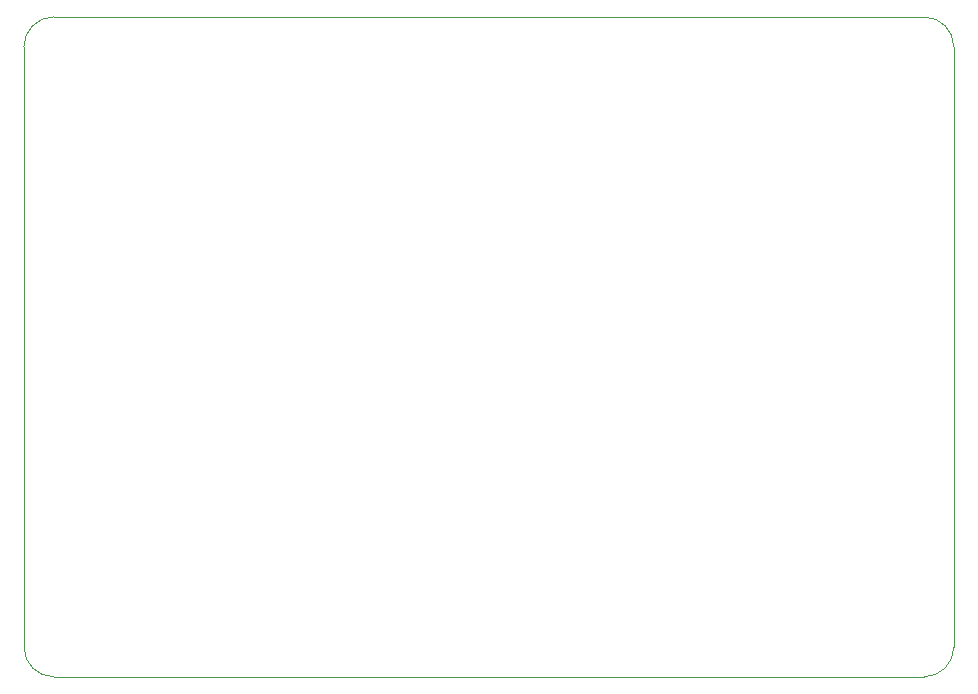
<source format=gbr>
%TF.GenerationSoftware,KiCad,Pcbnew,6.0.2+dfsg-1*%
%TF.CreationDate,2023-01-22T10:21:04-05:00*%
%TF.ProjectId,dragon-light-panel,64726167-6f6e-42d6-9c69-6768742d7061,rev?*%
%TF.SameCoordinates,Original*%
%TF.FileFunction,Profile,NP*%
%FSLAX46Y46*%
G04 Gerber Fmt 4.6, Leading zero omitted, Abs format (unit mm)*
G04 Created by KiCad (PCBNEW 6.0.2+dfsg-1) date 2023-01-22 10:21:04*
%MOMM*%
%LPD*%
G01*
G04 APERTURE LIST*
%TA.AperFunction,Profile*%
%ADD10C,0.100000*%
%TD*%
G04 APERTURE END LIST*
D10*
X53340000Y-38100000D02*
G75*
G03*
X50800000Y-40640000I1J-2540001D01*
G01*
X50800000Y-91440000D02*
G75*
G03*
X53340000Y-93980000I2540001J1D01*
G01*
X50800000Y-91440000D02*
X50800000Y-40640000D01*
X129540000Y-91440000D02*
X129540000Y-40640000D01*
X129540000Y-40640000D02*
G75*
G03*
X127000000Y-38100000I-2540001J-1D01*
G01*
X127000000Y-93980000D02*
G75*
G03*
X129540000Y-91440000I-1J2540001D01*
G01*
X53340000Y-93980000D02*
X127000000Y-93980000D01*
X53340000Y-38100000D02*
X127000000Y-38100000D01*
M02*

</source>
